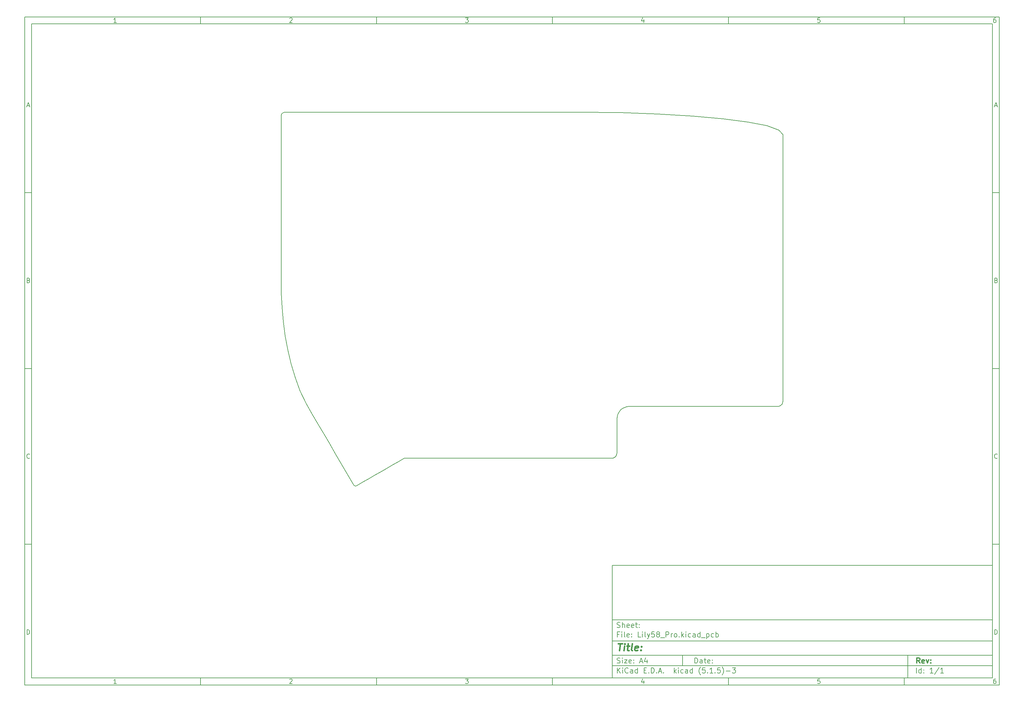
<source format=gm1>
G04 #@! TF.GenerationSoftware,KiCad,Pcbnew,(5.1.5)-3*
G04 #@! TF.CreationDate,2020-05-06T00:51:22+04:00*
G04 #@! TF.ProjectId,Lily58_Pro,4c696c79-3538-45f5-9072-6f2e6b696361,rev?*
G04 #@! TF.SameCoordinates,Original*
G04 #@! TF.FileFunction,Profile,NP*
%FSLAX46Y46*%
G04 Gerber Fmt 4.6, Leading zero omitted, Abs format (unit mm)*
G04 Created by KiCad (PCBNEW (5.1.5)-3) date 2020-05-06 00:51:22*
%MOMM*%
%LPD*%
G04 APERTURE LIST*
%ADD10C,0.100000*%
%ADD11C,0.150000*%
%ADD12C,0.300000*%
%ADD13C,0.400000*%
%ADD14C,0.200000*%
G04 APERTURE END LIST*
D10*
D11*
X177002200Y-166007200D02*
X177002200Y-198007200D01*
X285002200Y-198007200D01*
X285002200Y-166007200D01*
X177002200Y-166007200D01*
D10*
D11*
X10000000Y-10000000D02*
X10000000Y-200007200D01*
X287002200Y-200007200D01*
X287002200Y-10000000D01*
X10000000Y-10000000D01*
D10*
D11*
X12000000Y-12000000D02*
X12000000Y-198007200D01*
X285002200Y-198007200D01*
X285002200Y-12000000D01*
X12000000Y-12000000D01*
D10*
D11*
X60000000Y-12000000D02*
X60000000Y-10000000D01*
D10*
D11*
X110000000Y-12000000D02*
X110000000Y-10000000D01*
D10*
D11*
X160000000Y-12000000D02*
X160000000Y-10000000D01*
D10*
D11*
X210000000Y-12000000D02*
X210000000Y-10000000D01*
D10*
D11*
X260000000Y-12000000D02*
X260000000Y-10000000D01*
D10*
D11*
X36065476Y-11588095D02*
X35322619Y-11588095D01*
X35694047Y-11588095D02*
X35694047Y-10288095D01*
X35570238Y-10473809D01*
X35446428Y-10597619D01*
X35322619Y-10659523D01*
D10*
D11*
X85322619Y-10411904D02*
X85384523Y-10350000D01*
X85508333Y-10288095D01*
X85817857Y-10288095D01*
X85941666Y-10350000D01*
X86003571Y-10411904D01*
X86065476Y-10535714D01*
X86065476Y-10659523D01*
X86003571Y-10845238D01*
X85260714Y-11588095D01*
X86065476Y-11588095D01*
D10*
D11*
X135260714Y-10288095D02*
X136065476Y-10288095D01*
X135632142Y-10783333D01*
X135817857Y-10783333D01*
X135941666Y-10845238D01*
X136003571Y-10907142D01*
X136065476Y-11030952D01*
X136065476Y-11340476D01*
X136003571Y-11464285D01*
X135941666Y-11526190D01*
X135817857Y-11588095D01*
X135446428Y-11588095D01*
X135322619Y-11526190D01*
X135260714Y-11464285D01*
D10*
D11*
X185941666Y-10721428D02*
X185941666Y-11588095D01*
X185632142Y-10226190D02*
X185322619Y-11154761D01*
X186127380Y-11154761D01*
D10*
D11*
X236003571Y-10288095D02*
X235384523Y-10288095D01*
X235322619Y-10907142D01*
X235384523Y-10845238D01*
X235508333Y-10783333D01*
X235817857Y-10783333D01*
X235941666Y-10845238D01*
X236003571Y-10907142D01*
X236065476Y-11030952D01*
X236065476Y-11340476D01*
X236003571Y-11464285D01*
X235941666Y-11526190D01*
X235817857Y-11588095D01*
X235508333Y-11588095D01*
X235384523Y-11526190D01*
X235322619Y-11464285D01*
D10*
D11*
X285941666Y-10288095D02*
X285694047Y-10288095D01*
X285570238Y-10350000D01*
X285508333Y-10411904D01*
X285384523Y-10597619D01*
X285322619Y-10845238D01*
X285322619Y-11340476D01*
X285384523Y-11464285D01*
X285446428Y-11526190D01*
X285570238Y-11588095D01*
X285817857Y-11588095D01*
X285941666Y-11526190D01*
X286003571Y-11464285D01*
X286065476Y-11340476D01*
X286065476Y-11030952D01*
X286003571Y-10907142D01*
X285941666Y-10845238D01*
X285817857Y-10783333D01*
X285570238Y-10783333D01*
X285446428Y-10845238D01*
X285384523Y-10907142D01*
X285322619Y-11030952D01*
D10*
D11*
X60000000Y-198007200D02*
X60000000Y-200007200D01*
D10*
D11*
X110000000Y-198007200D02*
X110000000Y-200007200D01*
D10*
D11*
X160000000Y-198007200D02*
X160000000Y-200007200D01*
D10*
D11*
X210000000Y-198007200D02*
X210000000Y-200007200D01*
D10*
D11*
X260000000Y-198007200D02*
X260000000Y-200007200D01*
D10*
D11*
X36065476Y-199595295D02*
X35322619Y-199595295D01*
X35694047Y-199595295D02*
X35694047Y-198295295D01*
X35570238Y-198481009D01*
X35446428Y-198604819D01*
X35322619Y-198666723D01*
D10*
D11*
X85322619Y-198419104D02*
X85384523Y-198357200D01*
X85508333Y-198295295D01*
X85817857Y-198295295D01*
X85941666Y-198357200D01*
X86003571Y-198419104D01*
X86065476Y-198542914D01*
X86065476Y-198666723D01*
X86003571Y-198852438D01*
X85260714Y-199595295D01*
X86065476Y-199595295D01*
D10*
D11*
X135260714Y-198295295D02*
X136065476Y-198295295D01*
X135632142Y-198790533D01*
X135817857Y-198790533D01*
X135941666Y-198852438D01*
X136003571Y-198914342D01*
X136065476Y-199038152D01*
X136065476Y-199347676D01*
X136003571Y-199471485D01*
X135941666Y-199533390D01*
X135817857Y-199595295D01*
X135446428Y-199595295D01*
X135322619Y-199533390D01*
X135260714Y-199471485D01*
D10*
D11*
X185941666Y-198728628D02*
X185941666Y-199595295D01*
X185632142Y-198233390D02*
X185322619Y-199161961D01*
X186127380Y-199161961D01*
D10*
D11*
X236003571Y-198295295D02*
X235384523Y-198295295D01*
X235322619Y-198914342D01*
X235384523Y-198852438D01*
X235508333Y-198790533D01*
X235817857Y-198790533D01*
X235941666Y-198852438D01*
X236003571Y-198914342D01*
X236065476Y-199038152D01*
X236065476Y-199347676D01*
X236003571Y-199471485D01*
X235941666Y-199533390D01*
X235817857Y-199595295D01*
X235508333Y-199595295D01*
X235384523Y-199533390D01*
X235322619Y-199471485D01*
D10*
D11*
X285941666Y-198295295D02*
X285694047Y-198295295D01*
X285570238Y-198357200D01*
X285508333Y-198419104D01*
X285384523Y-198604819D01*
X285322619Y-198852438D01*
X285322619Y-199347676D01*
X285384523Y-199471485D01*
X285446428Y-199533390D01*
X285570238Y-199595295D01*
X285817857Y-199595295D01*
X285941666Y-199533390D01*
X286003571Y-199471485D01*
X286065476Y-199347676D01*
X286065476Y-199038152D01*
X286003571Y-198914342D01*
X285941666Y-198852438D01*
X285817857Y-198790533D01*
X285570238Y-198790533D01*
X285446428Y-198852438D01*
X285384523Y-198914342D01*
X285322619Y-199038152D01*
D10*
D11*
X10000000Y-60000000D02*
X12000000Y-60000000D01*
D10*
D11*
X10000000Y-110000000D02*
X12000000Y-110000000D01*
D10*
D11*
X10000000Y-160000000D02*
X12000000Y-160000000D01*
D10*
D11*
X10690476Y-35216666D02*
X11309523Y-35216666D01*
X10566666Y-35588095D02*
X11000000Y-34288095D01*
X11433333Y-35588095D01*
D10*
D11*
X11092857Y-84907142D02*
X11278571Y-84969047D01*
X11340476Y-85030952D01*
X11402380Y-85154761D01*
X11402380Y-85340476D01*
X11340476Y-85464285D01*
X11278571Y-85526190D01*
X11154761Y-85588095D01*
X10659523Y-85588095D01*
X10659523Y-84288095D01*
X11092857Y-84288095D01*
X11216666Y-84350000D01*
X11278571Y-84411904D01*
X11340476Y-84535714D01*
X11340476Y-84659523D01*
X11278571Y-84783333D01*
X11216666Y-84845238D01*
X11092857Y-84907142D01*
X10659523Y-84907142D01*
D10*
D11*
X11402380Y-135464285D02*
X11340476Y-135526190D01*
X11154761Y-135588095D01*
X11030952Y-135588095D01*
X10845238Y-135526190D01*
X10721428Y-135402380D01*
X10659523Y-135278571D01*
X10597619Y-135030952D01*
X10597619Y-134845238D01*
X10659523Y-134597619D01*
X10721428Y-134473809D01*
X10845238Y-134350000D01*
X11030952Y-134288095D01*
X11154761Y-134288095D01*
X11340476Y-134350000D01*
X11402380Y-134411904D01*
D10*
D11*
X10659523Y-185588095D02*
X10659523Y-184288095D01*
X10969047Y-184288095D01*
X11154761Y-184350000D01*
X11278571Y-184473809D01*
X11340476Y-184597619D01*
X11402380Y-184845238D01*
X11402380Y-185030952D01*
X11340476Y-185278571D01*
X11278571Y-185402380D01*
X11154761Y-185526190D01*
X10969047Y-185588095D01*
X10659523Y-185588095D01*
D10*
D11*
X287002200Y-60000000D02*
X285002200Y-60000000D01*
D10*
D11*
X287002200Y-110000000D02*
X285002200Y-110000000D01*
D10*
D11*
X287002200Y-160000000D02*
X285002200Y-160000000D01*
D10*
D11*
X285692676Y-35216666D02*
X286311723Y-35216666D01*
X285568866Y-35588095D02*
X286002200Y-34288095D01*
X286435533Y-35588095D01*
D10*
D11*
X286095057Y-84907142D02*
X286280771Y-84969047D01*
X286342676Y-85030952D01*
X286404580Y-85154761D01*
X286404580Y-85340476D01*
X286342676Y-85464285D01*
X286280771Y-85526190D01*
X286156961Y-85588095D01*
X285661723Y-85588095D01*
X285661723Y-84288095D01*
X286095057Y-84288095D01*
X286218866Y-84350000D01*
X286280771Y-84411904D01*
X286342676Y-84535714D01*
X286342676Y-84659523D01*
X286280771Y-84783333D01*
X286218866Y-84845238D01*
X286095057Y-84907142D01*
X285661723Y-84907142D01*
D10*
D11*
X286404580Y-135464285D02*
X286342676Y-135526190D01*
X286156961Y-135588095D01*
X286033152Y-135588095D01*
X285847438Y-135526190D01*
X285723628Y-135402380D01*
X285661723Y-135278571D01*
X285599819Y-135030952D01*
X285599819Y-134845238D01*
X285661723Y-134597619D01*
X285723628Y-134473809D01*
X285847438Y-134350000D01*
X286033152Y-134288095D01*
X286156961Y-134288095D01*
X286342676Y-134350000D01*
X286404580Y-134411904D01*
D10*
D11*
X285661723Y-185588095D02*
X285661723Y-184288095D01*
X285971247Y-184288095D01*
X286156961Y-184350000D01*
X286280771Y-184473809D01*
X286342676Y-184597619D01*
X286404580Y-184845238D01*
X286404580Y-185030952D01*
X286342676Y-185278571D01*
X286280771Y-185402380D01*
X286156961Y-185526190D01*
X285971247Y-185588095D01*
X285661723Y-185588095D01*
D10*
D11*
X200434342Y-193785771D02*
X200434342Y-192285771D01*
X200791485Y-192285771D01*
X201005771Y-192357200D01*
X201148628Y-192500057D01*
X201220057Y-192642914D01*
X201291485Y-192928628D01*
X201291485Y-193142914D01*
X201220057Y-193428628D01*
X201148628Y-193571485D01*
X201005771Y-193714342D01*
X200791485Y-193785771D01*
X200434342Y-193785771D01*
X202577200Y-193785771D02*
X202577200Y-193000057D01*
X202505771Y-192857200D01*
X202362914Y-192785771D01*
X202077200Y-192785771D01*
X201934342Y-192857200D01*
X202577200Y-193714342D02*
X202434342Y-193785771D01*
X202077200Y-193785771D01*
X201934342Y-193714342D01*
X201862914Y-193571485D01*
X201862914Y-193428628D01*
X201934342Y-193285771D01*
X202077200Y-193214342D01*
X202434342Y-193214342D01*
X202577200Y-193142914D01*
X203077200Y-192785771D02*
X203648628Y-192785771D01*
X203291485Y-192285771D02*
X203291485Y-193571485D01*
X203362914Y-193714342D01*
X203505771Y-193785771D01*
X203648628Y-193785771D01*
X204720057Y-193714342D02*
X204577200Y-193785771D01*
X204291485Y-193785771D01*
X204148628Y-193714342D01*
X204077200Y-193571485D01*
X204077200Y-193000057D01*
X204148628Y-192857200D01*
X204291485Y-192785771D01*
X204577200Y-192785771D01*
X204720057Y-192857200D01*
X204791485Y-193000057D01*
X204791485Y-193142914D01*
X204077200Y-193285771D01*
X205434342Y-193642914D02*
X205505771Y-193714342D01*
X205434342Y-193785771D01*
X205362914Y-193714342D01*
X205434342Y-193642914D01*
X205434342Y-193785771D01*
X205434342Y-192857200D02*
X205505771Y-192928628D01*
X205434342Y-193000057D01*
X205362914Y-192928628D01*
X205434342Y-192857200D01*
X205434342Y-193000057D01*
D10*
D11*
X177002200Y-194507200D02*
X285002200Y-194507200D01*
D10*
D11*
X178434342Y-196585771D02*
X178434342Y-195085771D01*
X179291485Y-196585771D02*
X178648628Y-195728628D01*
X179291485Y-195085771D02*
X178434342Y-195942914D01*
X179934342Y-196585771D02*
X179934342Y-195585771D01*
X179934342Y-195085771D02*
X179862914Y-195157200D01*
X179934342Y-195228628D01*
X180005771Y-195157200D01*
X179934342Y-195085771D01*
X179934342Y-195228628D01*
X181505771Y-196442914D02*
X181434342Y-196514342D01*
X181220057Y-196585771D01*
X181077200Y-196585771D01*
X180862914Y-196514342D01*
X180720057Y-196371485D01*
X180648628Y-196228628D01*
X180577200Y-195942914D01*
X180577200Y-195728628D01*
X180648628Y-195442914D01*
X180720057Y-195300057D01*
X180862914Y-195157200D01*
X181077200Y-195085771D01*
X181220057Y-195085771D01*
X181434342Y-195157200D01*
X181505771Y-195228628D01*
X182791485Y-196585771D02*
X182791485Y-195800057D01*
X182720057Y-195657200D01*
X182577200Y-195585771D01*
X182291485Y-195585771D01*
X182148628Y-195657200D01*
X182791485Y-196514342D02*
X182648628Y-196585771D01*
X182291485Y-196585771D01*
X182148628Y-196514342D01*
X182077200Y-196371485D01*
X182077200Y-196228628D01*
X182148628Y-196085771D01*
X182291485Y-196014342D01*
X182648628Y-196014342D01*
X182791485Y-195942914D01*
X184148628Y-196585771D02*
X184148628Y-195085771D01*
X184148628Y-196514342D02*
X184005771Y-196585771D01*
X183720057Y-196585771D01*
X183577200Y-196514342D01*
X183505771Y-196442914D01*
X183434342Y-196300057D01*
X183434342Y-195871485D01*
X183505771Y-195728628D01*
X183577200Y-195657200D01*
X183720057Y-195585771D01*
X184005771Y-195585771D01*
X184148628Y-195657200D01*
X186005771Y-195800057D02*
X186505771Y-195800057D01*
X186720057Y-196585771D02*
X186005771Y-196585771D01*
X186005771Y-195085771D01*
X186720057Y-195085771D01*
X187362914Y-196442914D02*
X187434342Y-196514342D01*
X187362914Y-196585771D01*
X187291485Y-196514342D01*
X187362914Y-196442914D01*
X187362914Y-196585771D01*
X188077200Y-196585771D02*
X188077200Y-195085771D01*
X188434342Y-195085771D01*
X188648628Y-195157200D01*
X188791485Y-195300057D01*
X188862914Y-195442914D01*
X188934342Y-195728628D01*
X188934342Y-195942914D01*
X188862914Y-196228628D01*
X188791485Y-196371485D01*
X188648628Y-196514342D01*
X188434342Y-196585771D01*
X188077200Y-196585771D01*
X189577200Y-196442914D02*
X189648628Y-196514342D01*
X189577200Y-196585771D01*
X189505771Y-196514342D01*
X189577200Y-196442914D01*
X189577200Y-196585771D01*
X190220057Y-196157200D02*
X190934342Y-196157200D01*
X190077200Y-196585771D02*
X190577200Y-195085771D01*
X191077200Y-196585771D01*
X191577200Y-196442914D02*
X191648628Y-196514342D01*
X191577200Y-196585771D01*
X191505771Y-196514342D01*
X191577200Y-196442914D01*
X191577200Y-196585771D01*
X194577200Y-196585771D02*
X194577200Y-195085771D01*
X194720057Y-196014342D02*
X195148628Y-196585771D01*
X195148628Y-195585771D02*
X194577200Y-196157200D01*
X195791485Y-196585771D02*
X195791485Y-195585771D01*
X195791485Y-195085771D02*
X195720057Y-195157200D01*
X195791485Y-195228628D01*
X195862914Y-195157200D01*
X195791485Y-195085771D01*
X195791485Y-195228628D01*
X197148628Y-196514342D02*
X197005771Y-196585771D01*
X196720057Y-196585771D01*
X196577200Y-196514342D01*
X196505771Y-196442914D01*
X196434342Y-196300057D01*
X196434342Y-195871485D01*
X196505771Y-195728628D01*
X196577200Y-195657200D01*
X196720057Y-195585771D01*
X197005771Y-195585771D01*
X197148628Y-195657200D01*
X198434342Y-196585771D02*
X198434342Y-195800057D01*
X198362914Y-195657200D01*
X198220057Y-195585771D01*
X197934342Y-195585771D01*
X197791485Y-195657200D01*
X198434342Y-196514342D02*
X198291485Y-196585771D01*
X197934342Y-196585771D01*
X197791485Y-196514342D01*
X197720057Y-196371485D01*
X197720057Y-196228628D01*
X197791485Y-196085771D01*
X197934342Y-196014342D01*
X198291485Y-196014342D01*
X198434342Y-195942914D01*
X199791485Y-196585771D02*
X199791485Y-195085771D01*
X199791485Y-196514342D02*
X199648628Y-196585771D01*
X199362914Y-196585771D01*
X199220057Y-196514342D01*
X199148628Y-196442914D01*
X199077200Y-196300057D01*
X199077200Y-195871485D01*
X199148628Y-195728628D01*
X199220057Y-195657200D01*
X199362914Y-195585771D01*
X199648628Y-195585771D01*
X199791485Y-195657200D01*
X202077200Y-197157200D02*
X202005771Y-197085771D01*
X201862914Y-196871485D01*
X201791485Y-196728628D01*
X201720057Y-196514342D01*
X201648628Y-196157200D01*
X201648628Y-195871485D01*
X201720057Y-195514342D01*
X201791485Y-195300057D01*
X201862914Y-195157200D01*
X202005771Y-194942914D01*
X202077200Y-194871485D01*
X203362914Y-195085771D02*
X202648628Y-195085771D01*
X202577200Y-195800057D01*
X202648628Y-195728628D01*
X202791485Y-195657200D01*
X203148628Y-195657200D01*
X203291485Y-195728628D01*
X203362914Y-195800057D01*
X203434342Y-195942914D01*
X203434342Y-196300057D01*
X203362914Y-196442914D01*
X203291485Y-196514342D01*
X203148628Y-196585771D01*
X202791485Y-196585771D01*
X202648628Y-196514342D01*
X202577200Y-196442914D01*
X204077200Y-196442914D02*
X204148628Y-196514342D01*
X204077200Y-196585771D01*
X204005771Y-196514342D01*
X204077200Y-196442914D01*
X204077200Y-196585771D01*
X205577200Y-196585771D02*
X204720057Y-196585771D01*
X205148628Y-196585771D02*
X205148628Y-195085771D01*
X205005771Y-195300057D01*
X204862914Y-195442914D01*
X204720057Y-195514342D01*
X206220057Y-196442914D02*
X206291485Y-196514342D01*
X206220057Y-196585771D01*
X206148628Y-196514342D01*
X206220057Y-196442914D01*
X206220057Y-196585771D01*
X207648628Y-195085771D02*
X206934342Y-195085771D01*
X206862914Y-195800057D01*
X206934342Y-195728628D01*
X207077200Y-195657200D01*
X207434342Y-195657200D01*
X207577200Y-195728628D01*
X207648628Y-195800057D01*
X207720057Y-195942914D01*
X207720057Y-196300057D01*
X207648628Y-196442914D01*
X207577200Y-196514342D01*
X207434342Y-196585771D01*
X207077200Y-196585771D01*
X206934342Y-196514342D01*
X206862914Y-196442914D01*
X208220057Y-197157200D02*
X208291485Y-197085771D01*
X208434342Y-196871485D01*
X208505771Y-196728628D01*
X208577200Y-196514342D01*
X208648628Y-196157200D01*
X208648628Y-195871485D01*
X208577200Y-195514342D01*
X208505771Y-195300057D01*
X208434342Y-195157200D01*
X208291485Y-194942914D01*
X208220057Y-194871485D01*
X209362914Y-196014342D02*
X210505771Y-196014342D01*
X211077200Y-195085771D02*
X212005771Y-195085771D01*
X211505771Y-195657200D01*
X211720057Y-195657200D01*
X211862914Y-195728628D01*
X211934342Y-195800057D01*
X212005771Y-195942914D01*
X212005771Y-196300057D01*
X211934342Y-196442914D01*
X211862914Y-196514342D01*
X211720057Y-196585771D01*
X211291485Y-196585771D01*
X211148628Y-196514342D01*
X211077200Y-196442914D01*
D10*
D11*
X177002200Y-191507200D02*
X285002200Y-191507200D01*
D10*
D12*
X264411485Y-193785771D02*
X263911485Y-193071485D01*
X263554342Y-193785771D02*
X263554342Y-192285771D01*
X264125771Y-192285771D01*
X264268628Y-192357200D01*
X264340057Y-192428628D01*
X264411485Y-192571485D01*
X264411485Y-192785771D01*
X264340057Y-192928628D01*
X264268628Y-193000057D01*
X264125771Y-193071485D01*
X263554342Y-193071485D01*
X265625771Y-193714342D02*
X265482914Y-193785771D01*
X265197200Y-193785771D01*
X265054342Y-193714342D01*
X264982914Y-193571485D01*
X264982914Y-193000057D01*
X265054342Y-192857200D01*
X265197200Y-192785771D01*
X265482914Y-192785771D01*
X265625771Y-192857200D01*
X265697200Y-193000057D01*
X265697200Y-193142914D01*
X264982914Y-193285771D01*
X266197200Y-192785771D02*
X266554342Y-193785771D01*
X266911485Y-192785771D01*
X267482914Y-193642914D02*
X267554342Y-193714342D01*
X267482914Y-193785771D01*
X267411485Y-193714342D01*
X267482914Y-193642914D01*
X267482914Y-193785771D01*
X267482914Y-192857200D02*
X267554342Y-192928628D01*
X267482914Y-193000057D01*
X267411485Y-192928628D01*
X267482914Y-192857200D01*
X267482914Y-193000057D01*
D10*
D11*
X178362914Y-193714342D02*
X178577200Y-193785771D01*
X178934342Y-193785771D01*
X179077200Y-193714342D01*
X179148628Y-193642914D01*
X179220057Y-193500057D01*
X179220057Y-193357200D01*
X179148628Y-193214342D01*
X179077200Y-193142914D01*
X178934342Y-193071485D01*
X178648628Y-193000057D01*
X178505771Y-192928628D01*
X178434342Y-192857200D01*
X178362914Y-192714342D01*
X178362914Y-192571485D01*
X178434342Y-192428628D01*
X178505771Y-192357200D01*
X178648628Y-192285771D01*
X179005771Y-192285771D01*
X179220057Y-192357200D01*
X179862914Y-193785771D02*
X179862914Y-192785771D01*
X179862914Y-192285771D02*
X179791485Y-192357200D01*
X179862914Y-192428628D01*
X179934342Y-192357200D01*
X179862914Y-192285771D01*
X179862914Y-192428628D01*
X180434342Y-192785771D02*
X181220057Y-192785771D01*
X180434342Y-193785771D01*
X181220057Y-193785771D01*
X182362914Y-193714342D02*
X182220057Y-193785771D01*
X181934342Y-193785771D01*
X181791485Y-193714342D01*
X181720057Y-193571485D01*
X181720057Y-193000057D01*
X181791485Y-192857200D01*
X181934342Y-192785771D01*
X182220057Y-192785771D01*
X182362914Y-192857200D01*
X182434342Y-193000057D01*
X182434342Y-193142914D01*
X181720057Y-193285771D01*
X183077200Y-193642914D02*
X183148628Y-193714342D01*
X183077200Y-193785771D01*
X183005771Y-193714342D01*
X183077200Y-193642914D01*
X183077200Y-193785771D01*
X183077200Y-192857200D02*
X183148628Y-192928628D01*
X183077200Y-193000057D01*
X183005771Y-192928628D01*
X183077200Y-192857200D01*
X183077200Y-193000057D01*
X184862914Y-193357200D02*
X185577200Y-193357200D01*
X184720057Y-193785771D02*
X185220057Y-192285771D01*
X185720057Y-193785771D01*
X186862914Y-192785771D02*
X186862914Y-193785771D01*
X186505771Y-192214342D02*
X186148628Y-193285771D01*
X187077200Y-193285771D01*
D10*
D11*
X263434342Y-196585771D02*
X263434342Y-195085771D01*
X264791485Y-196585771D02*
X264791485Y-195085771D01*
X264791485Y-196514342D02*
X264648628Y-196585771D01*
X264362914Y-196585771D01*
X264220057Y-196514342D01*
X264148628Y-196442914D01*
X264077200Y-196300057D01*
X264077200Y-195871485D01*
X264148628Y-195728628D01*
X264220057Y-195657200D01*
X264362914Y-195585771D01*
X264648628Y-195585771D01*
X264791485Y-195657200D01*
X265505771Y-196442914D02*
X265577200Y-196514342D01*
X265505771Y-196585771D01*
X265434342Y-196514342D01*
X265505771Y-196442914D01*
X265505771Y-196585771D01*
X265505771Y-195657200D02*
X265577200Y-195728628D01*
X265505771Y-195800057D01*
X265434342Y-195728628D01*
X265505771Y-195657200D01*
X265505771Y-195800057D01*
X268148628Y-196585771D02*
X267291485Y-196585771D01*
X267720057Y-196585771D02*
X267720057Y-195085771D01*
X267577200Y-195300057D01*
X267434342Y-195442914D01*
X267291485Y-195514342D01*
X269862914Y-195014342D02*
X268577200Y-196942914D01*
X271148628Y-196585771D02*
X270291485Y-196585771D01*
X270720057Y-196585771D02*
X270720057Y-195085771D01*
X270577200Y-195300057D01*
X270434342Y-195442914D01*
X270291485Y-195514342D01*
D10*
D11*
X177002200Y-187507200D02*
X285002200Y-187507200D01*
D10*
D13*
X178714580Y-188211961D02*
X179857438Y-188211961D01*
X179036009Y-190211961D02*
X179286009Y-188211961D01*
X180274104Y-190211961D02*
X180440771Y-188878628D01*
X180524104Y-188211961D02*
X180416961Y-188307200D01*
X180500295Y-188402438D01*
X180607438Y-188307200D01*
X180524104Y-188211961D01*
X180500295Y-188402438D01*
X181107438Y-188878628D02*
X181869342Y-188878628D01*
X181476485Y-188211961D02*
X181262200Y-189926247D01*
X181333628Y-190116723D01*
X181512200Y-190211961D01*
X181702676Y-190211961D01*
X182655057Y-190211961D02*
X182476485Y-190116723D01*
X182405057Y-189926247D01*
X182619342Y-188211961D01*
X184190771Y-190116723D02*
X183988390Y-190211961D01*
X183607438Y-190211961D01*
X183428866Y-190116723D01*
X183357438Y-189926247D01*
X183452676Y-189164342D01*
X183571723Y-188973866D01*
X183774104Y-188878628D01*
X184155057Y-188878628D01*
X184333628Y-188973866D01*
X184405057Y-189164342D01*
X184381247Y-189354819D01*
X183405057Y-189545295D01*
X185155057Y-190021485D02*
X185238390Y-190116723D01*
X185131247Y-190211961D01*
X185047914Y-190116723D01*
X185155057Y-190021485D01*
X185131247Y-190211961D01*
X185286009Y-188973866D02*
X185369342Y-189069104D01*
X185262200Y-189164342D01*
X185178866Y-189069104D01*
X185286009Y-188973866D01*
X185262200Y-189164342D01*
D10*
D11*
X178934342Y-185600057D02*
X178434342Y-185600057D01*
X178434342Y-186385771D02*
X178434342Y-184885771D01*
X179148628Y-184885771D01*
X179720057Y-186385771D02*
X179720057Y-185385771D01*
X179720057Y-184885771D02*
X179648628Y-184957200D01*
X179720057Y-185028628D01*
X179791485Y-184957200D01*
X179720057Y-184885771D01*
X179720057Y-185028628D01*
X180648628Y-186385771D02*
X180505771Y-186314342D01*
X180434342Y-186171485D01*
X180434342Y-184885771D01*
X181791485Y-186314342D02*
X181648628Y-186385771D01*
X181362914Y-186385771D01*
X181220057Y-186314342D01*
X181148628Y-186171485D01*
X181148628Y-185600057D01*
X181220057Y-185457200D01*
X181362914Y-185385771D01*
X181648628Y-185385771D01*
X181791485Y-185457200D01*
X181862914Y-185600057D01*
X181862914Y-185742914D01*
X181148628Y-185885771D01*
X182505771Y-186242914D02*
X182577200Y-186314342D01*
X182505771Y-186385771D01*
X182434342Y-186314342D01*
X182505771Y-186242914D01*
X182505771Y-186385771D01*
X182505771Y-185457200D02*
X182577200Y-185528628D01*
X182505771Y-185600057D01*
X182434342Y-185528628D01*
X182505771Y-185457200D01*
X182505771Y-185600057D01*
X185077200Y-186385771D02*
X184362914Y-186385771D01*
X184362914Y-184885771D01*
X185577200Y-186385771D02*
X185577200Y-185385771D01*
X185577200Y-184885771D02*
X185505771Y-184957200D01*
X185577200Y-185028628D01*
X185648628Y-184957200D01*
X185577200Y-184885771D01*
X185577200Y-185028628D01*
X186505771Y-186385771D02*
X186362914Y-186314342D01*
X186291485Y-186171485D01*
X186291485Y-184885771D01*
X186934342Y-185385771D02*
X187291485Y-186385771D01*
X187648628Y-185385771D02*
X187291485Y-186385771D01*
X187148628Y-186742914D01*
X187077200Y-186814342D01*
X186934342Y-186885771D01*
X188934342Y-184885771D02*
X188220057Y-184885771D01*
X188148628Y-185600057D01*
X188220057Y-185528628D01*
X188362914Y-185457200D01*
X188720057Y-185457200D01*
X188862914Y-185528628D01*
X188934342Y-185600057D01*
X189005771Y-185742914D01*
X189005771Y-186100057D01*
X188934342Y-186242914D01*
X188862914Y-186314342D01*
X188720057Y-186385771D01*
X188362914Y-186385771D01*
X188220057Y-186314342D01*
X188148628Y-186242914D01*
X189862914Y-185528628D02*
X189720057Y-185457200D01*
X189648628Y-185385771D01*
X189577200Y-185242914D01*
X189577200Y-185171485D01*
X189648628Y-185028628D01*
X189720057Y-184957200D01*
X189862914Y-184885771D01*
X190148628Y-184885771D01*
X190291485Y-184957200D01*
X190362914Y-185028628D01*
X190434342Y-185171485D01*
X190434342Y-185242914D01*
X190362914Y-185385771D01*
X190291485Y-185457200D01*
X190148628Y-185528628D01*
X189862914Y-185528628D01*
X189720057Y-185600057D01*
X189648628Y-185671485D01*
X189577200Y-185814342D01*
X189577200Y-186100057D01*
X189648628Y-186242914D01*
X189720057Y-186314342D01*
X189862914Y-186385771D01*
X190148628Y-186385771D01*
X190291485Y-186314342D01*
X190362914Y-186242914D01*
X190434342Y-186100057D01*
X190434342Y-185814342D01*
X190362914Y-185671485D01*
X190291485Y-185600057D01*
X190148628Y-185528628D01*
X190720057Y-186528628D02*
X191862914Y-186528628D01*
X192220057Y-186385771D02*
X192220057Y-184885771D01*
X192791485Y-184885771D01*
X192934342Y-184957200D01*
X193005771Y-185028628D01*
X193077200Y-185171485D01*
X193077200Y-185385771D01*
X193005771Y-185528628D01*
X192934342Y-185600057D01*
X192791485Y-185671485D01*
X192220057Y-185671485D01*
X193720057Y-186385771D02*
X193720057Y-185385771D01*
X193720057Y-185671485D02*
X193791485Y-185528628D01*
X193862914Y-185457200D01*
X194005771Y-185385771D01*
X194148628Y-185385771D01*
X194862914Y-186385771D02*
X194720057Y-186314342D01*
X194648628Y-186242914D01*
X194577200Y-186100057D01*
X194577200Y-185671485D01*
X194648628Y-185528628D01*
X194720057Y-185457200D01*
X194862914Y-185385771D01*
X195077200Y-185385771D01*
X195220057Y-185457200D01*
X195291485Y-185528628D01*
X195362914Y-185671485D01*
X195362914Y-186100057D01*
X195291485Y-186242914D01*
X195220057Y-186314342D01*
X195077200Y-186385771D01*
X194862914Y-186385771D01*
X196005771Y-186242914D02*
X196077200Y-186314342D01*
X196005771Y-186385771D01*
X195934342Y-186314342D01*
X196005771Y-186242914D01*
X196005771Y-186385771D01*
X196720057Y-186385771D02*
X196720057Y-184885771D01*
X196862914Y-185814342D02*
X197291485Y-186385771D01*
X197291485Y-185385771D02*
X196720057Y-185957200D01*
X197934342Y-186385771D02*
X197934342Y-185385771D01*
X197934342Y-184885771D02*
X197862914Y-184957200D01*
X197934342Y-185028628D01*
X198005771Y-184957200D01*
X197934342Y-184885771D01*
X197934342Y-185028628D01*
X199291485Y-186314342D02*
X199148628Y-186385771D01*
X198862914Y-186385771D01*
X198720057Y-186314342D01*
X198648628Y-186242914D01*
X198577200Y-186100057D01*
X198577200Y-185671485D01*
X198648628Y-185528628D01*
X198720057Y-185457200D01*
X198862914Y-185385771D01*
X199148628Y-185385771D01*
X199291485Y-185457200D01*
X200577200Y-186385771D02*
X200577200Y-185600057D01*
X200505771Y-185457200D01*
X200362914Y-185385771D01*
X200077200Y-185385771D01*
X199934342Y-185457200D01*
X200577200Y-186314342D02*
X200434342Y-186385771D01*
X200077200Y-186385771D01*
X199934342Y-186314342D01*
X199862914Y-186171485D01*
X199862914Y-186028628D01*
X199934342Y-185885771D01*
X200077200Y-185814342D01*
X200434342Y-185814342D01*
X200577200Y-185742914D01*
X201934342Y-186385771D02*
X201934342Y-184885771D01*
X201934342Y-186314342D02*
X201791485Y-186385771D01*
X201505771Y-186385771D01*
X201362914Y-186314342D01*
X201291485Y-186242914D01*
X201220057Y-186100057D01*
X201220057Y-185671485D01*
X201291485Y-185528628D01*
X201362914Y-185457200D01*
X201505771Y-185385771D01*
X201791485Y-185385771D01*
X201934342Y-185457200D01*
X202291485Y-186528628D02*
X203434342Y-186528628D01*
X203791485Y-185385771D02*
X203791485Y-186885771D01*
X203791485Y-185457200D02*
X203934342Y-185385771D01*
X204220057Y-185385771D01*
X204362914Y-185457200D01*
X204434342Y-185528628D01*
X204505771Y-185671485D01*
X204505771Y-186100057D01*
X204434342Y-186242914D01*
X204362914Y-186314342D01*
X204220057Y-186385771D01*
X203934342Y-186385771D01*
X203791485Y-186314342D01*
X205791485Y-186314342D02*
X205648628Y-186385771D01*
X205362914Y-186385771D01*
X205220057Y-186314342D01*
X205148628Y-186242914D01*
X205077200Y-186100057D01*
X205077200Y-185671485D01*
X205148628Y-185528628D01*
X205220057Y-185457200D01*
X205362914Y-185385771D01*
X205648628Y-185385771D01*
X205791485Y-185457200D01*
X206434342Y-186385771D02*
X206434342Y-184885771D01*
X206434342Y-185457200D02*
X206577200Y-185385771D01*
X206862914Y-185385771D01*
X207005771Y-185457200D01*
X207077200Y-185528628D01*
X207148628Y-185671485D01*
X207148628Y-186100057D01*
X207077200Y-186242914D01*
X207005771Y-186314342D01*
X206862914Y-186385771D01*
X206577200Y-186385771D01*
X206434342Y-186314342D01*
D10*
D11*
X177002200Y-181507200D02*
X285002200Y-181507200D01*
D10*
D11*
X178362914Y-183614342D02*
X178577200Y-183685771D01*
X178934342Y-183685771D01*
X179077200Y-183614342D01*
X179148628Y-183542914D01*
X179220057Y-183400057D01*
X179220057Y-183257200D01*
X179148628Y-183114342D01*
X179077200Y-183042914D01*
X178934342Y-182971485D01*
X178648628Y-182900057D01*
X178505771Y-182828628D01*
X178434342Y-182757200D01*
X178362914Y-182614342D01*
X178362914Y-182471485D01*
X178434342Y-182328628D01*
X178505771Y-182257200D01*
X178648628Y-182185771D01*
X179005771Y-182185771D01*
X179220057Y-182257200D01*
X179862914Y-183685771D02*
X179862914Y-182185771D01*
X180505771Y-183685771D02*
X180505771Y-182900057D01*
X180434342Y-182757200D01*
X180291485Y-182685771D01*
X180077200Y-182685771D01*
X179934342Y-182757200D01*
X179862914Y-182828628D01*
X181791485Y-183614342D02*
X181648628Y-183685771D01*
X181362914Y-183685771D01*
X181220057Y-183614342D01*
X181148628Y-183471485D01*
X181148628Y-182900057D01*
X181220057Y-182757200D01*
X181362914Y-182685771D01*
X181648628Y-182685771D01*
X181791485Y-182757200D01*
X181862914Y-182900057D01*
X181862914Y-183042914D01*
X181148628Y-183185771D01*
X183077200Y-183614342D02*
X182934342Y-183685771D01*
X182648628Y-183685771D01*
X182505771Y-183614342D01*
X182434342Y-183471485D01*
X182434342Y-182900057D01*
X182505771Y-182757200D01*
X182648628Y-182685771D01*
X182934342Y-182685771D01*
X183077200Y-182757200D01*
X183148628Y-182900057D01*
X183148628Y-183042914D01*
X182434342Y-183185771D01*
X183577200Y-182685771D02*
X184148628Y-182685771D01*
X183791485Y-182185771D02*
X183791485Y-183471485D01*
X183862914Y-183614342D01*
X184005771Y-183685771D01*
X184148628Y-183685771D01*
X184648628Y-183542914D02*
X184720057Y-183614342D01*
X184648628Y-183685771D01*
X184577200Y-183614342D01*
X184648628Y-183542914D01*
X184648628Y-183685771D01*
X184648628Y-182757200D02*
X184720057Y-182828628D01*
X184648628Y-182900057D01*
X184577200Y-182828628D01*
X184648628Y-182757200D01*
X184648628Y-182900057D01*
D10*
D11*
X197002200Y-191507200D02*
X197002200Y-194507200D01*
D10*
D11*
X261002200Y-191507200D02*
X261002200Y-198007200D01*
D14*
X116186619Y-136480784D02*
X117862313Y-135510645D01*
X114510925Y-137450923D02*
X116186619Y-136480784D01*
X82937528Y-50750629D02*
X82937528Y-44443695D01*
X82937528Y-57057562D02*
X82937528Y-50750629D01*
X115211711Y-37086762D02*
X104803877Y-37086762D01*
X218692418Y-120789735D02*
X223959999Y-120789735D01*
X213424836Y-120789735D02*
X218692418Y-120789735D01*
X208157255Y-120789735D02*
X213424836Y-120789735D01*
X202889673Y-120789735D02*
X208157255Y-120789735D01*
X197622092Y-120789735D02*
X202889673Y-120789735D01*
X192354511Y-120789735D02*
X197622092Y-120789735D01*
X187086929Y-120789735D02*
X192354511Y-120789735D01*
X181819348Y-120789735D02*
X187086929Y-120789735D01*
X181113524Y-120860778D02*
X181819348Y-120789735D01*
X180456326Y-121064561D02*
X181113524Y-120860778D01*
X179861773Y-121387065D02*
X180456326Y-121064561D01*
X179343884Y-121814271D02*
X179861773Y-121387065D01*
X178916678Y-122332160D02*
X179343884Y-121814271D01*
X178594174Y-122926713D02*
X178916678Y-122332160D01*
X178390391Y-123583911D02*
X178594174Y-122926713D01*
X178319348Y-124289735D02*
X178390391Y-123583911D01*
X199807654Y-38170488D02*
X189919538Y-37585374D01*
X208420758Y-38945561D02*
X199807654Y-38170488D01*
X215525697Y-39885159D02*
X208420758Y-38945561D01*
X220889319Y-40963847D02*
X215525697Y-39885159D01*
X178989563Y-37215654D02*
X167250881Y-37086762D01*
X189919538Y-37585374D02*
X178989563Y-37215654D01*
X177658308Y-135255660D02*
X177403500Y-135393876D01*
X177880261Y-135072571D02*
X177658308Y-135255660D01*
X178063349Y-134850619D02*
X177880261Y-135072571D01*
X178201565Y-134595810D02*
X178063349Y-134850619D01*
X178288901Y-134314154D02*
X178201565Y-134595810D01*
X178319348Y-134011658D02*
X178288901Y-134314154D01*
X225460000Y-52918378D02*
X225460000Y-62400000D01*
X225460000Y-43436755D02*
X225460000Y-52918378D01*
X82937528Y-69671429D02*
X82937528Y-63364495D01*
X82937528Y-75978362D02*
X82937528Y-69671429D01*
X82937528Y-82285296D02*
X82937528Y-75978362D01*
X82937528Y-88592229D02*
X82937528Y-82285296D01*
X104803877Y-37086762D02*
X94396044Y-37086762D01*
X125619545Y-37086762D02*
X115211711Y-37086762D01*
X136027379Y-37086762D02*
X125619545Y-37086762D01*
X146435213Y-37086762D02*
X136027379Y-37086762D01*
X156843047Y-37086762D02*
X146435213Y-37086762D01*
X167250881Y-37086762D02*
X156843047Y-37086762D01*
X83400937Y-37265961D02*
X83579303Y-37169210D01*
X83245570Y-37394123D02*
X83400937Y-37265961D01*
X83117409Y-37549489D02*
X83245570Y-37394123D01*
X83020657Y-37727855D02*
X83117409Y-37549489D01*
X82959523Y-37925015D02*
X83020657Y-37727855D01*
X82938210Y-38136762D02*
X82959523Y-37925015D01*
X83776462Y-37108075D02*
X83988210Y-37086762D01*
X83579303Y-37169210D02*
X83776462Y-37108075D01*
X94396044Y-37086762D02*
X83988210Y-37086762D01*
X82937528Y-63364495D02*
X82937528Y-57057562D01*
X82937528Y-44443695D02*
X82937528Y-38136762D01*
X88291758Y-116318073D02*
X89993333Y-119989540D01*
X86863105Y-112530670D02*
X88291758Y-116318073D01*
X85688004Y-108649127D02*
X86863105Y-112530670D01*
X84747083Y-104695246D02*
X85688004Y-108649127D01*
X84020972Y-100690825D02*
X84747083Y-104695246D01*
X83490297Y-96657663D02*
X84020972Y-100690825D01*
X83135690Y-92617561D02*
X83490297Y-96657663D01*
X82937777Y-88592317D02*
X83135690Y-92617561D01*
X104288864Y-143357278D02*
X104456758Y-143271756D01*
X104130206Y-143404468D02*
X104288864Y-143357278D01*
X103981252Y-143413974D02*
X104130206Y-143404468D01*
X103842470Y-143386445D02*
X103981252Y-143413974D01*
X103714328Y-143322532D02*
X103842470Y-143386445D01*
X103597295Y-143222884D02*
X103714328Y-143322532D01*
X103491837Y-143088150D02*
X103597295Y-143222884D01*
X103398425Y-142918979D02*
X103491837Y-143088150D01*
X112835230Y-138421062D02*
X114510925Y-137450923D01*
X111159536Y-139391201D02*
X112835230Y-138421062D01*
X109483841Y-140361340D02*
X111159536Y-139391201D01*
X107808147Y-141331479D02*
X109483841Y-140361340D01*
X106132452Y-142301617D02*
X107808147Y-141331479D01*
X104456758Y-143271756D02*
X106132452Y-142301617D01*
X101722730Y-140052659D02*
X103398425Y-142918979D01*
X100047036Y-137186340D02*
X101722730Y-140052659D01*
X98371341Y-134320020D02*
X100047036Y-137186340D01*
X96695647Y-131453701D02*
X98371341Y-134320020D01*
X95019952Y-128587381D02*
X96695647Y-131453701D01*
X93344258Y-125721062D02*
X95019952Y-128587381D01*
X91668563Y-122854742D02*
X93344258Y-125721062D01*
X89992869Y-119988423D02*
X91668563Y-122854742D01*
X169449826Y-135511658D02*
X176819348Y-135511658D01*
X162080304Y-135511658D02*
X169449826Y-135511658D01*
X154710782Y-135511658D02*
X162080304Y-135511658D01*
X147341260Y-135511658D02*
X154710782Y-135511658D01*
X139971738Y-135511658D02*
X147341260Y-135511658D01*
X132602217Y-135511658D02*
X139971738Y-135511658D01*
X125232695Y-135511658D02*
X132602217Y-135511658D01*
X117863173Y-135511658D02*
X125232695Y-135511658D01*
X178319348Y-131597973D02*
X178319348Y-134011658D01*
X178319348Y-130379933D02*
X178319348Y-131597973D01*
X178319348Y-129161894D02*
X178319348Y-130379933D01*
X178319348Y-127943854D02*
X178319348Y-129161894D01*
X178319348Y-126725814D02*
X178319348Y-127943854D01*
X178319348Y-125507775D02*
X178319348Y-126725814D01*
X178319348Y-124289735D02*
X178319348Y-125507775D01*
X177121844Y-135481211D02*
X176819348Y-135511658D01*
X177403500Y-135393876D02*
X177121844Y-135481211D01*
X224278471Y-42156190D02*
X220889319Y-40963847D01*
X225460000Y-43436755D02*
X224278471Y-42156190D01*
X224262495Y-120759288D02*
X223959999Y-120789735D01*
X224544152Y-120671952D02*
X224262495Y-120759288D01*
X224798960Y-120533736D02*
X224544152Y-120671952D01*
X225020912Y-120350648D02*
X224798960Y-120533736D01*
X225204001Y-120128696D02*
X225020912Y-120350648D01*
X225342217Y-119873887D02*
X225204001Y-120128696D01*
X225429552Y-119592231D02*
X225342217Y-119873887D01*
X225459999Y-119289735D02*
X225429552Y-119592231D01*
X225460000Y-109808112D02*
X225460000Y-119289735D01*
X225460000Y-100326490D02*
X225460000Y-109808112D01*
X225460000Y-90844867D02*
X225460000Y-100326490D01*
X225460000Y-81363245D02*
X225460000Y-90844867D01*
X225460000Y-71881623D02*
X225460000Y-81363245D01*
X225460000Y-62400000D02*
X225460000Y-71881623D01*
M02*

</source>
